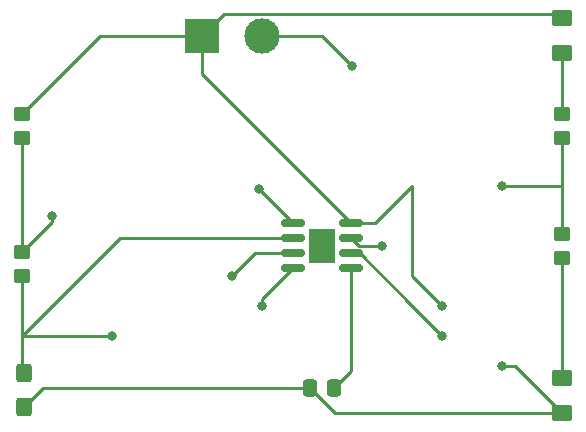
<source format=gbr>
%TF.GenerationSoftware,KiCad,Pcbnew,(6.0.10)*%
%TF.CreationDate,2023-02-17T15:36:48-08:00*%
%TF.ProjectId,Exercise 2,45786572-6369-4736-9520-322e6b696361,rev?*%
%TF.SameCoordinates,Original*%
%TF.FileFunction,Copper,L1,Top*%
%TF.FilePolarity,Positive*%
%FSLAX46Y46*%
G04 Gerber Fmt 4.6, Leading zero omitted, Abs format (unit mm)*
G04 Created by KiCad (PCBNEW (6.0.10)) date 2023-02-17 15:36:48*
%MOMM*%
%LPD*%
G01*
G04 APERTURE LIST*
G04 Aperture macros list*
%AMRoundRect*
0 Rectangle with rounded corners*
0 $1 Rounding radius*
0 $2 $3 $4 $5 $6 $7 $8 $9 X,Y pos of 4 corners*
0 Add a 4 corners polygon primitive as box body*
4,1,4,$2,$3,$4,$5,$6,$7,$8,$9,$2,$3,0*
0 Add four circle primitives for the rounded corners*
1,1,$1+$1,$2,$3*
1,1,$1+$1,$4,$5*
1,1,$1+$1,$6,$7*
1,1,$1+$1,$8,$9*
0 Add four rect primitives between the rounded corners*
20,1,$1+$1,$2,$3,$4,$5,0*
20,1,$1+$1,$4,$5,$6,$7,0*
20,1,$1+$1,$6,$7,$8,$9,0*
20,1,$1+$1,$8,$9,$2,$3,0*%
G04 Aperture macros list end*
%TA.AperFunction,SMDPad,CuDef*%
%ADD10RoundRect,0.250000X-0.450000X0.350000X-0.450000X-0.350000X0.450000X-0.350000X0.450000X0.350000X0*%
%TD*%
%TA.AperFunction,SMDPad,CuDef*%
%ADD11RoundRect,0.250000X0.337500X0.475000X-0.337500X0.475000X-0.337500X-0.475000X0.337500X-0.475000X0*%
%TD*%
%TA.AperFunction,SMDPad,CuDef*%
%ADD12RoundRect,0.250001X0.624999X-0.462499X0.624999X0.462499X-0.624999X0.462499X-0.624999X-0.462499X0*%
%TD*%
%TA.AperFunction,ComponentPad*%
%ADD13R,3.000000X3.000000*%
%TD*%
%TA.AperFunction,ComponentPad*%
%ADD14C,3.000000*%
%TD*%
%TA.AperFunction,SMDPad,CuDef*%
%ADD15RoundRect,0.250000X-0.425000X0.537500X-0.425000X-0.537500X0.425000X-0.537500X0.425000X0.537500X0*%
%TD*%
%TA.AperFunction,SMDPad,CuDef*%
%ADD16RoundRect,0.150000X-0.825000X-0.150000X0.825000X-0.150000X0.825000X0.150000X-0.825000X0.150000X0*%
%TD*%
%TA.AperFunction,SMDPad,CuDef*%
%ADD17R,2.290000X3.000000*%
%TD*%
%TA.AperFunction,ViaPad*%
%ADD18C,0.800000*%
%TD*%
%TA.AperFunction,Conductor*%
%ADD19C,0.250000*%
%TD*%
G04 APERTURE END LIST*
D10*
%TO.P,R4,1*%
%TO.N,/pin_3*%
X170180000Y-70120000D03*
%TO.P,R4,2*%
%TO.N,Net-(D2-Pad2)*%
X170180000Y-72120000D03*
%TD*%
D11*
%TO.P,C2,1*%
%TO.N,Net-(C2-Pad1)*%
X150897500Y-83155000D03*
%TO.P,C2,2*%
%TO.N,GND*%
X148822500Y-83155000D03*
%TD*%
D12*
%TO.P,D2,1,K*%
%TO.N,GND*%
X170180000Y-85307500D03*
%TO.P,D2,2,A*%
%TO.N,Net-(D2-Pad2)*%
X170180000Y-82332500D03*
%TD*%
D13*
%TO.P,J1,1,Pin_1*%
%TO.N,+9V*%
X139700000Y-53340000D03*
D14*
%TO.P,J1,2,Pin_2*%
%TO.N,GND*%
X144780000Y-53340000D03*
%TD*%
D15*
%TO.P,C1,1*%
%TO.N,/pin_2*%
X124570000Y-81922500D03*
%TO.P,C1,2*%
%TO.N,GND*%
X124570000Y-84797500D03*
%TD*%
D10*
%TO.P,R3,1*%
%TO.N,Net-(D1-Pad1)*%
X170180000Y-59960000D03*
%TO.P,R3,2*%
%TO.N,/pin_3*%
X170180000Y-61960000D03*
%TD*%
%TO.P,R2,1*%
%TO.N,/pin_7*%
X124460000Y-71660000D03*
%TO.P,R2,2*%
%TO.N,/pin_2*%
X124460000Y-73660000D03*
%TD*%
D16*
%TO.P,U1,1,GND*%
%TO.N,GND*%
X147385000Y-69215000D03*
%TO.P,U1,2,TR*%
%TO.N,/pin_2*%
X147385000Y-70485000D03*
%TO.P,U1,3,Q*%
%TO.N,/pin_3*%
X147385000Y-71755000D03*
%TO.P,U1,4,R*%
%TO.N,+9V*%
X147385000Y-73025000D03*
%TO.P,U1,5,CV*%
%TO.N,Net-(C2-Pad1)*%
X152335000Y-73025000D03*
%TO.P,U1,6,THR*%
%TO.N,/pin_2*%
X152335000Y-71755000D03*
%TO.P,U1,7,DIS*%
%TO.N,/pin_7*%
X152335000Y-70485000D03*
%TO.P,U1,8,VCC*%
%TO.N,+9V*%
X152335000Y-69215000D03*
D17*
%TO.P,U1,9*%
%TO.N,N/C*%
X149860000Y-71120000D03*
%TD*%
D12*
%TO.P,D1,1,K*%
%TO.N,Net-(D1-Pad1)*%
X170180000Y-54827500D03*
%TO.P,D1,2,A*%
%TO.N,+9V*%
X170180000Y-51852500D03*
%TD*%
D10*
%TO.P,R1,1*%
%TO.N,+9V*%
X124460000Y-59960000D03*
%TO.P,R1,2*%
%TO.N,/pin_7*%
X124460000Y-61960000D03*
%TD*%
D18*
%TO.N,/pin_2*%
X132080000Y-78740000D03*
X160020000Y-78740000D03*
%TO.N,GND*%
X165100000Y-81280000D03*
X152400000Y-55880000D03*
X144495000Y-66325000D03*
%TO.N,+9V*%
X144780000Y-76200000D03*
X160020000Y-76200000D03*
%TO.N,/pin_7*%
X127000000Y-68580000D03*
X154940000Y-71120000D03*
%TO.N,/pin_3*%
X142240000Y-73660000D03*
X165100000Y-66040000D03*
%TD*%
D19*
%TO.N,/pin_2*%
X124460000Y-81812500D02*
X124570000Y-81922500D01*
X132715000Y-70485000D02*
X147385000Y-70485000D01*
X157480000Y-76200000D02*
X160020000Y-78740000D01*
X153035000Y-71755000D02*
X157480000Y-76200000D01*
X124460000Y-73660000D02*
X124460000Y-78740000D01*
X152335000Y-71755000D02*
X153035000Y-71755000D01*
X124460000Y-78740000D02*
X132080000Y-78740000D01*
X124460000Y-78740000D02*
X124460000Y-81812500D01*
X124460000Y-78740000D02*
X132715000Y-70485000D01*
%TO.N,GND*%
X170180000Y-85307500D02*
X166152500Y-81280000D01*
X170180000Y-85307500D02*
X150975000Y-85307500D01*
X147385000Y-69215000D02*
X144495000Y-66325000D01*
X124570000Y-84797500D02*
X126212500Y-83155000D01*
X150975000Y-85307500D02*
X148822500Y-83155000D01*
X166152500Y-81280000D02*
X165100000Y-81280000D01*
X126212500Y-83155000D02*
X148822500Y-83155000D01*
X149860000Y-53340000D02*
X152400000Y-55880000D01*
X144780000Y-53340000D02*
X149860000Y-53340000D01*
%TO.N,Net-(C2-Pad1)*%
X152335000Y-81717500D02*
X152335000Y-73025000D01*
X150897500Y-83155000D02*
X152335000Y-81717500D01*
%TO.N,Net-(D1-Pad1)*%
X170180000Y-59960000D02*
X170180000Y-54827500D01*
%TO.N,+9V*%
X131080000Y-53340000D02*
X124460000Y-59960000D01*
X152335000Y-69215000D02*
X154305000Y-69215000D01*
X141525000Y-51515000D02*
X139700000Y-53340000D01*
X147385000Y-73025000D02*
X144780000Y-75630000D01*
X157480000Y-66040000D02*
X157480000Y-73660000D01*
X169842500Y-51515000D02*
X141525000Y-51515000D01*
X154305000Y-69215000D02*
X157480000Y-66040000D01*
X170180000Y-51852500D02*
X169842500Y-51515000D01*
X139700000Y-56580000D02*
X152335000Y-69215000D01*
X157480000Y-73660000D02*
X160020000Y-76200000D01*
X139700000Y-56580000D02*
X139700000Y-53340000D01*
X144780000Y-75630000D02*
X144780000Y-76200000D01*
X139700000Y-53340000D02*
X131080000Y-53340000D01*
%TO.N,Net-(D2-Pad2)*%
X170180000Y-82332500D02*
X170180000Y-72120000D01*
%TO.N,/pin_7*%
X124460000Y-71660000D02*
X127000000Y-69120000D01*
X127000000Y-69120000D02*
X127000000Y-68580000D01*
X152970000Y-71120000D02*
X154940000Y-71120000D01*
X124460000Y-61960000D02*
X124460000Y-71660000D01*
X152335000Y-70485000D02*
X152970000Y-71120000D01*
%TO.N,/pin_3*%
X144145000Y-71755000D02*
X142240000Y-73660000D01*
X170180000Y-66040000D02*
X165100000Y-66040000D01*
X170180000Y-70120000D02*
X170180000Y-66040000D01*
X147385000Y-71755000D02*
X144145000Y-71755000D01*
X170180000Y-66040000D02*
X170180000Y-61960000D01*
%TD*%
M02*

</source>
